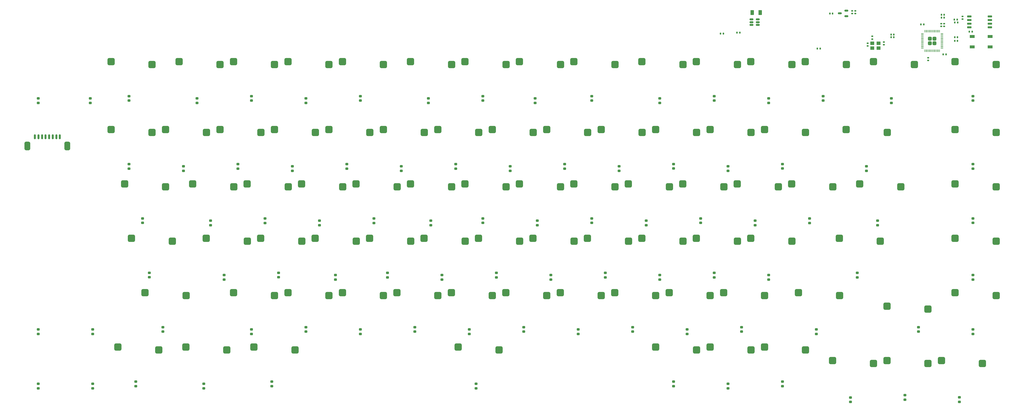
<source format=gbr>
%TF.GenerationSoftware,KiCad,Pcbnew,7.0.7*%
%TF.CreationDate,2023-10-31T22:36:57+07:00*%
%TF.ProjectId,Pixelette,50697865-6c65-4747-9465-2e6b69636164,rev?*%
%TF.SameCoordinates,Original*%
%TF.FileFunction,Paste,Bot*%
%TF.FilePolarity,Positive*%
%FSLAX46Y46*%
G04 Gerber Fmt 4.6, Leading zero omitted, Abs format (unit mm)*
G04 Created by KiCad (PCBNEW 7.0.7) date 2023-10-31 22:36:57*
%MOMM*%
%LPD*%
G01*
G04 APERTURE LIST*
G04 Aperture macros list*
%AMRoundRect*
0 Rectangle with rounded corners*
0 $1 Rounding radius*
0 $2 $3 $4 $5 $6 $7 $8 $9 X,Y pos of 4 corners*
0 Add a 4 corners polygon primitive as box body*
4,1,4,$2,$3,$4,$5,$6,$7,$8,$9,$2,$3,0*
0 Add four circle primitives for the rounded corners*
1,1,$1+$1,$2,$3*
1,1,$1+$1,$4,$5*
1,1,$1+$1,$6,$7*
1,1,$1+$1,$8,$9*
0 Add four rect primitives between the rounded corners*
20,1,$1+$1,$2,$3,$4,$5,0*
20,1,$1+$1,$4,$5,$6,$7,0*
20,1,$1+$1,$6,$7,$8,$9,0*
20,1,$1+$1,$8,$9,$2,$3,0*%
G04 Aperture macros list end*
%ADD10RoundRect,0.500000X0.750000X0.775000X-0.750000X0.775000X-0.750000X-0.775000X0.750000X-0.775000X0*%
%ADD11RoundRect,0.218750X0.256250X-0.218750X0.256250X0.218750X-0.256250X0.218750X-0.256250X-0.218750X0*%
%ADD12RoundRect,0.135000X-0.135000X-0.185000X0.135000X-0.185000X0.135000X0.185000X-0.135000X0.185000X0*%
%ADD13RoundRect,0.140000X-0.170000X0.140000X-0.170000X-0.140000X0.170000X-0.140000X0.170000X0.140000X0*%
%ADD14RoundRect,0.140000X0.140000X0.170000X-0.140000X0.170000X-0.140000X-0.170000X0.140000X-0.170000X0*%
%ADD15RoundRect,0.140000X0.170000X-0.140000X0.170000X0.140000X-0.170000X0.140000X-0.170000X-0.140000X0*%
%ADD16RoundRect,0.150000X0.150000X0.700000X-0.150000X0.700000X-0.150000X-0.700000X0.150000X-0.700000X0*%
%ADD17RoundRect,0.500000X0.500000X1.000000X-0.500000X1.000000X-0.500000X-1.000000X0.500000X-1.000000X0*%
%ADD18RoundRect,0.140000X-0.140000X-0.170000X0.140000X-0.170000X0.140000X0.170000X-0.140000X0.170000X0*%
%ADD19RoundRect,0.249999X0.395001X-0.395001X0.395001X0.395001X-0.395001X0.395001X-0.395001X-0.395001X0*%
%ADD20RoundRect,0.050000X0.050000X-0.387500X0.050000X0.387500X-0.050000X0.387500X-0.050000X-0.387500X0*%
%ADD21RoundRect,0.050000X0.387500X-0.050000X0.387500X0.050000X-0.387500X0.050000X-0.387500X-0.050000X0*%
%ADD22RoundRect,0.150000X0.512500X0.150000X-0.512500X0.150000X-0.512500X-0.150000X0.512500X-0.150000X0*%
%ADD23RoundRect,0.250000X0.375000X0.625000X-0.375000X0.625000X-0.375000X-0.625000X0.375000X-0.625000X0*%
%ADD24RoundRect,0.135000X0.135000X0.185000X-0.135000X0.185000X-0.135000X-0.185000X0.135000X-0.185000X0*%
%ADD25RoundRect,0.150000X-0.650000X-0.150000X0.650000X-0.150000X0.650000X0.150000X-0.650000X0.150000X0*%
%ADD26R,1.400000X1.200000*%
%ADD27R,1.800000X1.100000*%
%ADD28RoundRect,0.135000X-0.185000X0.135000X-0.185000X-0.135000X0.185000X-0.135000X0.185000X0.135000X0*%
G04 APERTURE END LIST*
D10*
%TO.C,SW2*%
X55700000Y-20000000D03*
X41350000Y-18950000D03*
%TD*%
%TO.C,SW24*%
X189050000Y-43812500D03*
X174700000Y-42762500D03*
%TD*%
%TO.C,SW9*%
X198575000Y-20000000D03*
X184225000Y-18950000D03*
%TD*%
%TO.C,SW62*%
X62843750Y-81912500D03*
X48493750Y-80862500D03*
%TD*%
%TO.C,SW40*%
X179525000Y-62862500D03*
X165175000Y-61812500D03*
%TD*%
%TO.C,SW86*%
X105706250Y-120012500D03*
X91356250Y-118962500D03*
%TD*%
%TO.C,SW70*%
X174762500Y-100962500D03*
X160412500Y-99912500D03*
%TD*%
%TO.C,SW49*%
X350975000Y-81912500D03*
X336625000Y-80862500D03*
%TD*%
%TO.C,SW56*%
X184287500Y-81912500D03*
X169937500Y-80862500D03*
%TD*%
%TO.C,SW51*%
X279537500Y-81912500D03*
X265187500Y-80862500D03*
%TD*%
%TO.C,SW37*%
X122375000Y-62862500D03*
X108025000Y-61812500D03*
%TD*%
%TO.C,SW41*%
X198575000Y-62862500D03*
X184225000Y-61812500D03*
%TD*%
%TO.C,SW25*%
X170000000Y-43812500D03*
X155650000Y-42762500D03*
%TD*%
%TO.C,SW46*%
X293825000Y-62862500D03*
X279475000Y-61812500D03*
%TD*%
%TO.C,SW79*%
X346212500Y-124775000D03*
X331862500Y-123725000D03*
%TD*%
%TO.C,SW82*%
X284300000Y-120012500D03*
X269950000Y-118962500D03*
%TD*%
%TO.C,SW59*%
X127137500Y-81912500D03*
X112787500Y-80862500D03*
%TD*%
%TO.C,SW29*%
X93800000Y-43812500D03*
X79450000Y-42762500D03*
%TD*%
%TO.C,SW36*%
X103325000Y-62862500D03*
X88975000Y-61812500D03*
%TD*%
%TO.C,SW22*%
X227150000Y-43812500D03*
X212800000Y-42762500D03*
%TD*%
%TO.C,SW55*%
X203337500Y-81912500D03*
X188987500Y-80862500D03*
%TD*%
%TO.C,SW43*%
X236675000Y-62862500D03*
X222325000Y-61812500D03*
%TD*%
%TO.C,SW81*%
X308112500Y-124775000D03*
X293762500Y-123725000D03*
%TD*%
%TO.C,SW31*%
X55700000Y-43812500D03*
X41350000Y-42762500D03*
%TD*%
%TO.C,SW53*%
X241437500Y-81912500D03*
X227087500Y-80862500D03*
%TD*%
%TO.C,SW50*%
X310493750Y-81912500D03*
X296143750Y-80862500D03*
%TD*%
%TO.C,SW11*%
X241437500Y-20000000D03*
X227087500Y-18950000D03*
%TD*%
%TO.C,SW88*%
X58081250Y-120012500D03*
X43731250Y-118962500D03*
%TD*%
%TO.C,SW87*%
X81893750Y-120012500D03*
X67543750Y-118962500D03*
%TD*%
%TO.C,SW19*%
X284300000Y-43812500D03*
X269950000Y-42762500D03*
%TD*%
%TO.C,SW38*%
X141425000Y-62862500D03*
X127075000Y-61812500D03*
%TD*%
%TO.C,SW60*%
X108087500Y-81912500D03*
X93737500Y-80862500D03*
%TD*%
%TO.C,SW16*%
X350975000Y-20000000D03*
X336625000Y-18950000D03*
%TD*%
%TO.C,SW67*%
X117612500Y-100962500D03*
X103262500Y-99912500D03*
%TD*%
%TO.C,SW73*%
X231912500Y-100962500D03*
X217562500Y-99912500D03*
%TD*%
%TO.C,SW15*%
X322400000Y-20000000D03*
X308050000Y-18950000D03*
%TD*%
%TO.C,SW74*%
X250962500Y-100962500D03*
X236612500Y-99912500D03*
%TD*%
%TO.C,SW12*%
X260487500Y-20000000D03*
X246137500Y-18950000D03*
%TD*%
%TO.C,SW77*%
X327162500Y-105725000D03*
X312812500Y-104675000D03*
%TD*%
%TO.C,SW8*%
X179525000Y-20000000D03*
X165175000Y-18950000D03*
%TD*%
%TO.C,SW57*%
X165237500Y-81912500D03*
X150887500Y-80862500D03*
%TD*%
%TO.C,SW48*%
X350975000Y-62862500D03*
X336625000Y-61812500D03*
%TD*%
%TO.C,SW4*%
X98562500Y-20000000D03*
X84212500Y-18950000D03*
%TD*%
%TO.C,SW80*%
X327162500Y-124775000D03*
X312812500Y-123725000D03*
%TD*%
%TO.C,SW7*%
X160475000Y-20000000D03*
X146125000Y-18950000D03*
%TD*%
%TO.C,SW78*%
X350975000Y-100962500D03*
X336625000Y-99912500D03*
%TD*%
%TO.C,SW69*%
X155712500Y-100962500D03*
X141362500Y-99912500D03*
%TD*%
%TO.C,SW28*%
X112850000Y-43812500D03*
X98500000Y-42762500D03*
%TD*%
%TO.C,SW17*%
X350975000Y-43812500D03*
X336625000Y-42762500D03*
%TD*%
%TO.C,SW10*%
X217625000Y-20000000D03*
X203275000Y-18950000D03*
%TD*%
%TO.C,SW68*%
X122312500Y-99912500D03*
X136662500Y-100962500D03*
%TD*%
%TO.C,SW54*%
X222387500Y-81912500D03*
X208037500Y-80862500D03*
%TD*%
%TO.C,SW65*%
X67606250Y-100962500D03*
X53256250Y-99912500D03*
%TD*%
%TO.C,SW84*%
X246200000Y-120012500D03*
X231850000Y-118962500D03*
%TD*%
%TO.C,SW27*%
X131900000Y-43812500D03*
X117550000Y-42762500D03*
%TD*%
%TO.C,SW21*%
X246200000Y-43812500D03*
X231850000Y-42762500D03*
%TD*%
%TO.C,SW5*%
X117612500Y-20000000D03*
X103262500Y-18950000D03*
%TD*%
%TO.C,SW39*%
X160475000Y-62862500D03*
X146125000Y-61812500D03*
%TD*%
%TO.C,SW47*%
X317637500Y-62862500D03*
X303287500Y-61812500D03*
%TD*%
%TO.C,SW42*%
X217625000Y-62862500D03*
X203275000Y-61812500D03*
%TD*%
%TO.C,SW75*%
X270012500Y-100962500D03*
X255662500Y-99912500D03*
%TD*%
%TO.C,SW85*%
X177143750Y-120012500D03*
X162793750Y-118962500D03*
%TD*%
%TO.C,SW26*%
X150950000Y-43812500D03*
X136600000Y-42762500D03*
%TD*%
%TO.C,SW61*%
X89037500Y-81912500D03*
X74687500Y-80862500D03*
%TD*%
%TO.C,SW76*%
X296206250Y-100962500D03*
X281856250Y-99912500D03*
%TD*%
%TO.C,SW66*%
X98562500Y-100962500D03*
X84212500Y-99912500D03*
%TD*%
%TO.C,SW58*%
X146187500Y-81912500D03*
X131837500Y-80862500D03*
%TD*%
%TO.C,SW52*%
X260487500Y-81912500D03*
X246137500Y-80862500D03*
%TD*%
%TO.C,SW71*%
X193812500Y-100962500D03*
X179462500Y-99912500D03*
%TD*%
%TO.C,SW45*%
X274775000Y-62862500D03*
X260425000Y-61812500D03*
%TD*%
%TO.C,SW14*%
X298587500Y-20000000D03*
X284237500Y-18950000D03*
%TD*%
%TO.C,SW83*%
X265250000Y-120012500D03*
X250900000Y-118962500D03*
%TD*%
%TO.C,SW72*%
X212862500Y-100962500D03*
X198512500Y-99912500D03*
%TD*%
%TO.C,SW35*%
X84275000Y-62862500D03*
X69925000Y-61812500D03*
%TD*%
%TO.C,SW18*%
X312875000Y-43812500D03*
X298525000Y-42762500D03*
%TD*%
%TO.C,SW30*%
X74750000Y-43812500D03*
X60400000Y-42762500D03*
%TD*%
%TO.C,SW3*%
X79512500Y-20000000D03*
X65162500Y-18950000D03*
%TD*%
%TO.C,SW20*%
X265250000Y-43812500D03*
X250900000Y-42762500D03*
%TD*%
%TO.C,SW44*%
X255725000Y-62862500D03*
X241375000Y-61812500D03*
%TD*%
%TO.C,SW13*%
X279537500Y-20000000D03*
X265187500Y-18950000D03*
%TD*%
%TO.C,SW34*%
X60462500Y-62862500D03*
X46112500Y-61812500D03*
%TD*%
%TO.C,SW23*%
X208100000Y-43812500D03*
X193750000Y-42762500D03*
%TD*%
%TO.C,SW6*%
X136662500Y-20000000D03*
X122312500Y-18950000D03*
%TD*%
D11*
%TO.C,D13*%
X290512500Y-32637500D03*
X290512500Y-31062500D03*
%TD*%
%TO.C,D87*%
X34925000Y-114387500D03*
X34925000Y-112812500D03*
%TD*%
D12*
%TO.C,R3*%
X260330000Y-8840000D03*
X261350000Y-8840000D03*
%TD*%
D11*
%TO.C,D27*%
X104775000Y-57237500D03*
X104775000Y-55662500D03*
%TD*%
D12*
%TO.C,R2*%
X288415000Y-14381250D03*
X289435000Y-14381250D03*
%TD*%
D11*
%TO.C,D8*%
X189706250Y-33431250D03*
X189706250Y-31856250D03*
%TD*%
%TO.C,D52*%
X195262500Y-95337500D03*
X195262500Y-93762500D03*
%TD*%
%TO.C,D36*%
X153193750Y-76287500D03*
X153193750Y-74712500D03*
%TD*%
D13*
%TO.C,C1*%
X339280000Y-3150000D03*
X339280000Y-4110000D03*
%TD*%
D11*
%TO.C,D22*%
X200025000Y-56450000D03*
X200025000Y-54875000D03*
%TD*%
%TO.C,D54*%
X157162500Y-95337500D03*
X157162500Y-93762500D03*
%TD*%
%TO.C,D61*%
X90487500Y-114387500D03*
X90487500Y-112812500D03*
%TD*%
%TO.C,D88*%
X15875000Y-33425000D03*
X15875000Y-31850000D03*
%TD*%
%TO.C,D43*%
X285750000Y-75500000D03*
X285750000Y-73925000D03*
%TD*%
D14*
%TO.C,C10*%
X315182500Y-10422500D03*
X314222500Y-10422500D03*
%TD*%
D15*
%TO.C,C14*%
X332810000Y-6617500D03*
X332810000Y-5657500D03*
%TD*%
D11*
%TO.C,D50*%
X233362500Y-95337500D03*
X233362500Y-93762500D03*
%TD*%
%TO.C,D53*%
X176212500Y-94550000D03*
X176212500Y-92975000D03*
%TD*%
%TO.C,D75*%
X319087500Y-137406250D03*
X319087500Y-135831250D03*
%TD*%
%TO.C,D49*%
X252412500Y-94550000D03*
X252412500Y-92975000D03*
%TD*%
D14*
%TO.C,C16*%
X293782500Y-2110000D03*
X292822500Y-2110000D03*
%TD*%
D11*
%TO.C,D63*%
X128587500Y-114387500D03*
X128587500Y-112812500D03*
%TD*%
%TO.C,D70*%
X261937500Y-113593750D03*
X261937500Y-112018750D03*
%TD*%
D16*
%TO.C,J3*%
X23460000Y-45335000D03*
X22210000Y-45335000D03*
X20960000Y-45335000D03*
X19710000Y-45335000D03*
X18460000Y-45335000D03*
X17210000Y-45335000D03*
X15960000Y-45335000D03*
X14710000Y-45335000D03*
D17*
X26050000Y-48535000D03*
X12050000Y-48535000D03*
%TD*%
D11*
%TO.C,D42*%
X266700000Y-76287500D03*
X266700000Y-74712500D03*
%TD*%
D18*
%TO.C,C13*%
X336492500Y-10430000D03*
X337452500Y-10430000D03*
%TD*%
D11*
%TO.C,D39*%
X209550000Y-75493750D03*
X209550000Y-73918750D03*
%TD*%
D14*
%TO.C,C11*%
X325672500Y-5932500D03*
X324712500Y-5932500D03*
%TD*%
D19*
%TO.C,U1*%
X327812500Y-12537500D03*
X329412500Y-12537500D03*
X327812500Y-10937500D03*
X329412500Y-10937500D03*
D20*
X331212500Y-15175000D03*
X330812500Y-15175000D03*
X330412500Y-15175000D03*
X330012500Y-15175000D03*
X329612500Y-15175000D03*
X329212500Y-15175000D03*
X328812500Y-15175000D03*
X328412500Y-15175000D03*
X328012500Y-15175000D03*
X327612500Y-15175000D03*
X327212500Y-15175000D03*
X326812500Y-15175000D03*
X326412500Y-15175000D03*
X326012500Y-15175000D03*
D21*
X325175000Y-14337500D03*
X325175000Y-13937500D03*
X325175000Y-13537500D03*
X325175000Y-13137500D03*
X325175000Y-12737500D03*
X325175000Y-12337500D03*
X325175000Y-11937500D03*
X325175000Y-11537500D03*
X325175000Y-11137500D03*
X325175000Y-10737500D03*
X325175000Y-10337500D03*
X325175000Y-9937500D03*
X325175000Y-9537500D03*
X325175000Y-9137500D03*
D20*
X326012500Y-8300000D03*
X326412500Y-8300000D03*
X326812500Y-8300000D03*
X327212500Y-8300000D03*
X327612500Y-8300000D03*
X328012500Y-8300000D03*
X328412500Y-8300000D03*
X328812500Y-8300000D03*
X329212500Y-8300000D03*
X329612500Y-8300000D03*
X330012500Y-8300000D03*
X330412500Y-8300000D03*
X330812500Y-8300000D03*
X331212500Y-8300000D03*
D21*
X332050000Y-9137500D03*
X332050000Y-9537500D03*
X332050000Y-9937500D03*
X332050000Y-10337500D03*
X332050000Y-10737500D03*
X332050000Y-11137500D03*
X332050000Y-11537500D03*
X332050000Y-11937500D03*
X332050000Y-12337500D03*
X332050000Y-12737500D03*
X332050000Y-13137500D03*
X332050000Y-13537500D03*
X332050000Y-13937500D03*
X332050000Y-14337500D03*
%TD*%
D22*
%TO.C,U4*%
X267647500Y-4208750D03*
X267647500Y-5158750D03*
X267647500Y-6108750D03*
X265372500Y-6108750D03*
X265372500Y-5158750D03*
X265372500Y-4208750D03*
%TD*%
D11*
%TO.C,D21*%
X219075000Y-57237500D03*
X219075000Y-55662500D03*
%TD*%
%TO.C,D69*%
X242887500Y-114387500D03*
X242887500Y-112812500D03*
%TD*%
D14*
%TO.C,C6*%
X315182500Y-9462500D03*
X314222500Y-9462500D03*
%TD*%
D15*
%TO.C,C9*%
X331772500Y-6632500D03*
X331772500Y-5672500D03*
%TD*%
D11*
%TO.C,D45*%
X342900000Y-75493750D03*
X342900000Y-73918750D03*
%TD*%
%TO.C,D66*%
X185737500Y-113593750D03*
X185737500Y-112018750D03*
%TD*%
%TO.C,D19*%
X257181250Y-57237500D03*
X257181250Y-55662500D03*
%TD*%
%TO.C,D6*%
X152400000Y-33431250D03*
X152400000Y-31856250D03*
%TD*%
%TO.C,D9*%
X209550000Y-32637500D03*
X209550000Y-31062500D03*
%TD*%
D14*
%TO.C,C8*%
X332830000Y-3550000D03*
X331870000Y-3550000D03*
%TD*%
D11*
%TO.C,D81*%
X97631250Y-132650000D03*
X97631250Y-131075000D03*
%TD*%
%TO.C,D85*%
X15875000Y-133437500D03*
X15875000Y-131862500D03*
%TD*%
%TO.C,D64*%
X147637500Y-113593750D03*
X147637500Y-112018750D03*
%TD*%
%TO.C,D16*%
X342900000Y-56450000D03*
X342900000Y-54875000D03*
%TD*%
%TO.C,D47*%
X302418750Y-94550000D03*
X302418750Y-92975000D03*
%TD*%
%TO.C,D5*%
X128587500Y-32637500D03*
X128587500Y-31062500D03*
%TD*%
%TO.C,D67*%
X204787500Y-114387500D03*
X204787500Y-112812500D03*
%TD*%
D18*
%TO.C,C15*%
X332480000Y-16420000D03*
X333440000Y-16420000D03*
%TD*%
D11*
%TO.C,D55*%
X138112500Y-94550000D03*
X138112500Y-92975000D03*
%TD*%
%TO.C,D40*%
X228600000Y-76287500D03*
X228600000Y-74712500D03*
%TD*%
%TO.C,D60*%
X59531250Y-113593750D03*
X59531250Y-112018750D03*
%TD*%
%TO.C,D76*%
X300037500Y-138206250D03*
X300037500Y-136631250D03*
%TD*%
%TO.C,D2*%
X71443750Y-33431250D03*
X71443750Y-31856250D03*
%TD*%
D23*
%TO.C,F1*%
X268470000Y-1778750D03*
X265670000Y-1778750D03*
%TD*%
D11*
%TO.C,D32*%
X76200000Y-76287500D03*
X76200000Y-74712500D03*
%TD*%
%TO.C,D73*%
X342900000Y-114387500D03*
X342900000Y-112812500D03*
%TD*%
D13*
%TO.C,C3*%
X306090000Y-12550000D03*
X306090000Y-13510000D03*
%TD*%
D11*
%TO.C,D12*%
X271462500Y-33431250D03*
X271462500Y-31856250D03*
%TD*%
%TO.C,D71*%
X288131250Y-114387500D03*
X288131250Y-112812500D03*
%TD*%
D14*
%TO.C,C4*%
X332830000Y-2560000D03*
X331870000Y-2560000D03*
%TD*%
D11*
%TO.C,D46*%
X342900000Y-95337500D03*
X342900000Y-93762500D03*
%TD*%
%TO.C,D58*%
X80962500Y-95337500D03*
X80962500Y-93762500D03*
%TD*%
%TO.C,D59*%
X54768750Y-94543750D03*
X54768750Y-92968750D03*
%TD*%
%TO.C,D15*%
X342900000Y-32637500D03*
X342900000Y-31062500D03*
%TD*%
%TO.C,D33*%
X95250000Y-75500000D03*
X95250000Y-73925000D03*
%TD*%
%TO.C,D51*%
X214312500Y-94550000D03*
X214312500Y-92975000D03*
%TD*%
%TO.C,D7*%
X171450000Y-32637500D03*
X171450000Y-31062500D03*
%TD*%
%TO.C,D4*%
X109537500Y-33431250D03*
X109537500Y-31856250D03*
%TD*%
%TO.C,D10*%
X233362500Y-33431250D03*
X233362500Y-31856250D03*
%TD*%
%TO.C,D18*%
X276225000Y-56443750D03*
X276225000Y-54868750D03*
%TD*%
%TO.C,D35*%
X133350000Y-75500000D03*
X133350000Y-73925000D03*
%TD*%
D12*
%TO.C,R1*%
X341630000Y-8490000D03*
X342650000Y-8490000D03*
%TD*%
D18*
%TO.C,C5*%
X336492500Y-11682500D03*
X337452500Y-11682500D03*
%TD*%
D24*
%TO.C,R5*%
X337410000Y-4280000D03*
X336390000Y-4280000D03*
%TD*%
D11*
%TO.C,D82*%
X73818750Y-133437500D03*
X73818750Y-131862500D03*
%TD*%
%TO.C,D79*%
X238125000Y-132650000D03*
X238125000Y-131075000D03*
%TD*%
%TO.C,D65*%
X166687500Y-114387500D03*
X166687500Y-112812500D03*
%TD*%
%TO.C,D57*%
X100012500Y-94543750D03*
X100012500Y-92968750D03*
%TD*%
D15*
%TO.C,C17*%
X301700000Y-2130000D03*
X301700000Y-1170000D03*
%TD*%
D11*
%TO.C,D86*%
X15875000Y-114387500D03*
X15875000Y-112812500D03*
%TD*%
%TO.C,D3*%
X90487500Y-32637500D03*
X90487500Y-31062500D03*
%TD*%
D25*
%TO.C,U3*%
X341632500Y-6957500D03*
X341632500Y-5687500D03*
X341632500Y-4417500D03*
X341632500Y-3147500D03*
X348832500Y-3147500D03*
X348832500Y-4417500D03*
X348832500Y-5687500D03*
X348832500Y-6957500D03*
%TD*%
D11*
%TO.C,D41*%
X247650000Y-75493750D03*
X247650000Y-73918750D03*
%TD*%
%TO.C,D56*%
X119856250Y-95337500D03*
X119856250Y-93762500D03*
%TD*%
%TO.C,D28*%
X85725000Y-56450000D03*
X85725000Y-54875000D03*
%TD*%
D15*
%TO.C,C7*%
X300612500Y-2130000D03*
X300612500Y-1170000D03*
%TD*%
D11*
%TO.C,D48*%
X271462500Y-95337500D03*
X271462500Y-93762500D03*
%TD*%
%TO.C,D84*%
X34925000Y-133437500D03*
X34925000Y-131862500D03*
%TD*%
%TO.C,D23*%
X180975000Y-57237500D03*
X180975000Y-55662500D03*
%TD*%
%TO.C,D20*%
X238125000Y-56443750D03*
X238125000Y-54868750D03*
%TD*%
%TO.C,D30*%
X47625000Y-56450000D03*
X47625000Y-54875000D03*
%TD*%
D26*
%TO.C,Y1*%
X307682500Y-12532500D03*
X309882500Y-12532500D03*
X309882500Y-14232500D03*
X307682500Y-14232500D03*
%TD*%
D11*
%TO.C,D68*%
X223837500Y-113593750D03*
X223837500Y-112018750D03*
%TD*%
%TO.C,D26*%
X123825000Y-56450000D03*
X123825000Y-54875000D03*
%TD*%
D15*
%TO.C,C2*%
X311740000Y-13070000D03*
X311740000Y-12110000D03*
%TD*%
D11*
%TO.C,D89*%
X34131250Y-33431250D03*
X34131250Y-31856250D03*
%TD*%
%TO.C,D74*%
X338137500Y-138200000D03*
X338137500Y-136625000D03*
%TD*%
D27*
%TO.C,SW90*%
X348852500Y-10142500D03*
X342652500Y-10142500D03*
X348852500Y-13842500D03*
X342652500Y-13842500D03*
%TD*%
D11*
%TO.C,D34*%
X114300000Y-76287500D03*
X114300000Y-74712500D03*
%TD*%
%TO.C,D72*%
X323850000Y-113593750D03*
X323850000Y-112018750D03*
%TD*%
%TO.C,D77*%
X276225000Y-132650000D03*
X276225000Y-131075000D03*
%TD*%
D22*
%TO.C,U2*%
X298630000Y-1140000D03*
X298630000Y-3040000D03*
X296355000Y-2090000D03*
%TD*%
D11*
%TO.C,D80*%
X169068750Y-133437500D03*
X169068750Y-131862500D03*
%TD*%
D24*
%TO.C,R4*%
X255570000Y-9160000D03*
X254550000Y-9160000D03*
%TD*%
D11*
%TO.C,D44*%
X309562500Y-76287500D03*
X309562500Y-74712500D03*
%TD*%
D28*
%TO.C,R7*%
X307680000Y-10070000D03*
X307680000Y-11090000D03*
%TD*%
D11*
%TO.C,D24*%
X161925000Y-56450000D03*
X161925000Y-54875000D03*
%TD*%
%TO.C,D17*%
X305593750Y-57237500D03*
X305593750Y-55662500D03*
%TD*%
%TO.C,D25*%
X142875000Y-57237500D03*
X142875000Y-55662500D03*
%TD*%
%TO.C,D62*%
X109537500Y-113593750D03*
X109537500Y-112018750D03*
%TD*%
%TO.C,D1*%
X47625000Y-32637500D03*
X47625000Y-31062500D03*
%TD*%
%TO.C,D14*%
X314325000Y-33431250D03*
X314325000Y-31856250D03*
%TD*%
%TO.C,D37*%
X171450000Y-75493750D03*
X171450000Y-73918750D03*
%TD*%
%TO.C,D29*%
X66675000Y-57237500D03*
X66675000Y-55662500D03*
%TD*%
D24*
%TO.C,R6*%
X337550000Y-5280000D03*
X336530000Y-5280000D03*
%TD*%
D11*
%TO.C,D38*%
X190500000Y-76287500D03*
X190500000Y-74712500D03*
%TD*%
D13*
%TO.C,C12*%
X327190000Y-17610000D03*
X327190000Y-18570000D03*
%TD*%
D11*
%TO.C,D11*%
X252412500Y-32637500D03*
X252412500Y-31062500D03*
%TD*%
%TO.C,D31*%
X52387500Y-75493750D03*
X52387500Y-73918750D03*
%TD*%
%TO.C,D78*%
X257175000Y-133437500D03*
X257175000Y-131862500D03*
%TD*%
%TO.C,D83*%
X50006250Y-132650000D03*
X50006250Y-131075000D03*
%TD*%
M02*

</source>
